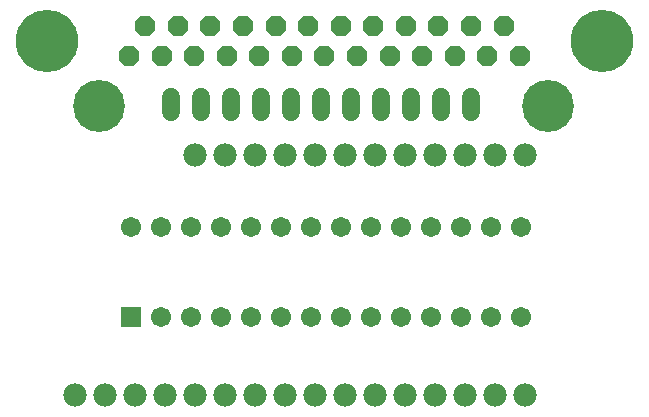
<source format=gbr>
G04 EAGLE Gerber RS-274X export*
G75*
%MOMM*%
%FSLAX34Y34*%
%LPD*%
%INSoldermask Top*%
%IPPOS*%
%AMOC8*
5,1,8,0,0,1.08239X$1,22.5*%
G01*
%ADD10C,1.703200*%
%ADD11R,1.703200X1.703200*%
%ADD12P,1.869504X8X22.500000*%
%ADD13C,5.283200*%
%ADD14C,1.524000*%
%ADD15C,1.981200*%
%ADD16C,4.394200*%


D10*
X521970Y566420D03*
X496570Y566420D03*
X471170Y566420D03*
X445770Y566420D03*
X420370Y566420D03*
X394970Y566420D03*
X369570Y566420D03*
X344170Y566420D03*
X318770Y566420D03*
X293370Y566420D03*
X267970Y566420D03*
X242570Y566420D03*
X217170Y566420D03*
X191770Y566420D03*
X521970Y490220D03*
X496570Y490220D03*
X471170Y490220D03*
X445770Y490220D03*
X420370Y490220D03*
X394970Y490220D03*
X369570Y490220D03*
X344170Y490220D03*
X318770Y490220D03*
X293370Y490220D03*
X267970Y490220D03*
X242570Y490220D03*
X217170Y490220D03*
D11*
X191770Y490220D03*
D12*
X189992Y711200D03*
X217678Y711200D03*
X245110Y711200D03*
X272796Y711200D03*
X300482Y711200D03*
X327914Y711200D03*
X355600Y711200D03*
X383286Y711200D03*
X410718Y711200D03*
X438404Y711200D03*
X466090Y711200D03*
X493522Y711200D03*
X521208Y711200D03*
X203708Y736600D03*
X231394Y736600D03*
X259080Y736600D03*
X286512Y736600D03*
X314198Y736600D03*
X341884Y736600D03*
X369316Y736600D03*
X397002Y736600D03*
X424688Y736600D03*
X452120Y736600D03*
X479806Y736600D03*
X507492Y736600D03*
D13*
X120396Y723900D03*
X590804Y723900D03*
D14*
X226060Y677164D02*
X226060Y663956D01*
X251460Y663956D02*
X251460Y677164D01*
X276860Y677164D02*
X276860Y663956D01*
X302260Y663956D02*
X302260Y677164D01*
X327660Y677164D02*
X327660Y663956D01*
X353060Y663956D02*
X353060Y677164D01*
X378460Y677164D02*
X378460Y663956D01*
X403860Y663956D02*
X403860Y677164D01*
X429260Y677164D02*
X429260Y663956D01*
X454660Y663956D02*
X454660Y677164D01*
X480060Y677164D02*
X480060Y663956D01*
D15*
X246380Y627380D03*
X271780Y627380D03*
X297180Y627380D03*
X322580Y627380D03*
X347980Y627380D03*
X373380Y627380D03*
X398780Y627380D03*
X424180Y627380D03*
X449580Y627380D03*
X474980Y627380D03*
X500380Y627380D03*
X525780Y627380D03*
X246380Y424180D03*
X271780Y424180D03*
X297180Y424180D03*
X322580Y424180D03*
X347980Y424180D03*
X373380Y424180D03*
X398780Y424180D03*
X424180Y424180D03*
X449580Y424180D03*
X474980Y424180D03*
X500380Y424180D03*
X525780Y424180D03*
X220980Y424180D03*
X195580Y424180D03*
X170180Y424180D03*
X144780Y424180D03*
D16*
X544830Y669290D03*
X165100Y669290D03*
M02*

</source>
